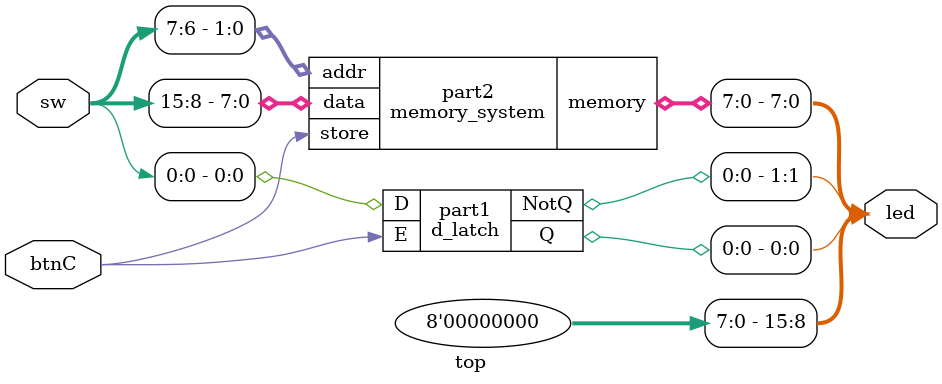
<source format=v>
`timescale 1ps/1ps

module byte_memory(
    input [7:0] data,
    input store,
    output reg [7:0] memory
);

    // Herein, implement D-Latch style memory
    // that stores the input data into memory
    // when store is high

    // Memory should always output the value
    // stored, and it should only change
    // when store is high

endmodule
// end::byte_mem[]

// tag::mem_system[]
module memory_system(
    input [7:0] data,
    input store,
    input [1:0] addr,
    output [7:0] memory
);

    // This should instantiate 4 instances of
    // byte_memory, and then demultiplex
    // data and store into the one selected by
    // addr

    // It should then multiplex the output of the
    // memory specified by addr into the memory
    // output for display on the LEDs

    // you will need 2 demultiplexers:
    // 1. Demultiplex data -> selected byte
    // 2. Demultiplex store -> selected byte

    // and one multiplexer:
    // 1. Multiplex selected byte -> memory

endmodule
// end::mem_system[]

// tag::d_latch[]
module d_latch(
    input D, E,
    output Q, NotQ
);

    // Will contain D-Latch behavior

endmodule
// end::d_latch[]

// tag::top[]
module top(
    input [15:0] sw,
    input btnC,
    output [15:0] led
);
    d_latch part1(
        .D(sw[0]),
        .Q(led[0]),
        .NotQ(led[1]),
        .E(btnC)
    );
    memory_system part2(
        .data(sw[15:8]),
        .addr(sw[7:6]),
        .store(btnC),
        .memory(led)
    );

endmodule
// end::top[]
</source>
